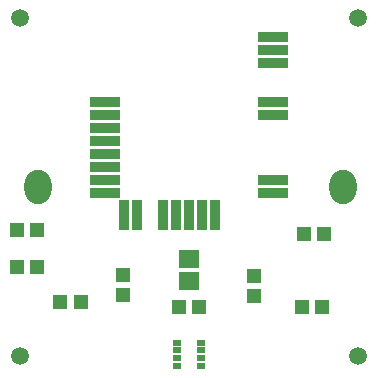
<source format=gbr>
G04 DipTrace 3.2.0.1*
G04 TopMask.gbr*
%MOIN*%
G04 #@! TF.FileFunction,Soldermask,Top*
G04 #@! TF.Part,Single*
%AMOUTLINE4*
4,1,16,
-0.045255,-0.012331,
-0.040831,-0.031568,
-0.028213,-0.047336,
-0.010003,-0.056067,
0.010191,-0.056033,
0.028371,-0.047241,
0.040935,-0.031431,
0.045296,-0.012179,
0.045255,0.012331,
0.040831,0.031568,
0.028213,0.047336,
0.010003,0.056067,
-0.010191,0.056033,
-0.028371,0.047241,
-0.040935,0.031431,
-0.045296,0.012179,
-0.045255,-0.012331,
0*%
%ADD29C,0.059055*%
%ADD34R,0.027559X0.021654*%
%ADD36R,0.098425X0.035433*%
%ADD38R,0.035433X0.098425*%
%ADD40R,0.066929X0.059055*%
%ADD44R,0.047244X0.051181*%
%ADD46R,0.051181X0.047244*%
%ADD52OUTLINE4*%
%FSLAX26Y26*%
G04*
G70*
G90*
G75*
G01*
G04 TopMask*
%LPD*%
D46*
X-508756Y-266486D3*
X-575685D3*
D44*
X-220472Y-360236D3*
Y-293307D3*
D46*
X-429480Y-384189D3*
X-362551D3*
X32358Y-400140D3*
X-34571D3*
D40*
X-732Y-239613D3*
Y-314416D3*
D29*
X-562992Y562992D3*
X562992D3*
X-562992Y-562992D3*
X562992D3*
D46*
X-508370Y-144194D3*
X-575299D3*
X450291Y-157122D3*
X383362D3*
D44*
X215245Y-297623D3*
Y-364552D3*
D46*
X375454Y-399163D3*
X442383D3*
D38*
X43307Y-94488D3*
X0D3*
X86614D3*
D36*
X279528Y-19685D3*
Y23622D3*
Y240157D3*
Y283465D3*
Y413386D3*
Y456693D3*
Y500000D3*
X-279528Y-19685D3*
Y23622D3*
Y66929D3*
Y110236D3*
Y153543D3*
Y196850D3*
Y240157D3*
Y283465D3*
D38*
X-43307Y-94488D3*
X-86614D3*
X-173228D3*
X-216535D3*
D34*
X-40354Y-544673D3*
Y-570264D3*
X40354D3*
Y-544673D3*
X-40354Y-519083D3*
Y-595854D3*
X40354D3*
Y-519083D3*
D52*
X511240Y852D3*
X-504505Y-850D3*
M02*

</source>
